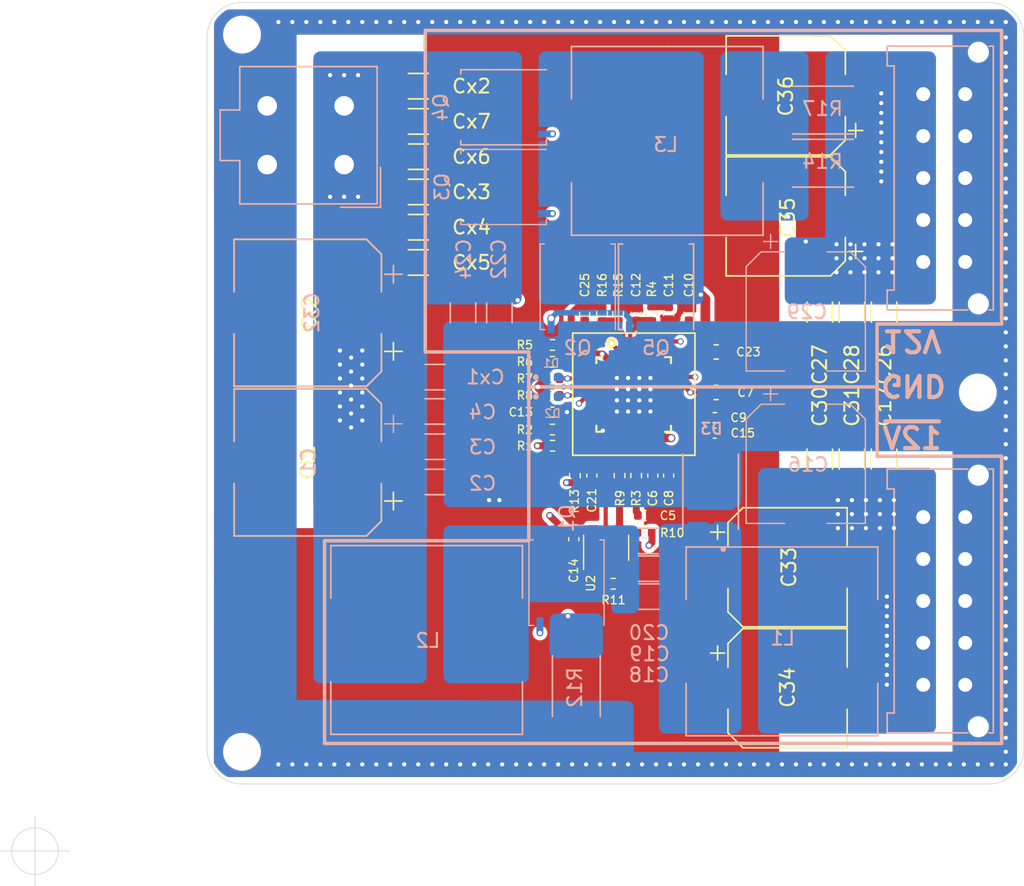
<source format=kicad_pcb>
(kicad_pcb (version 20210925) (generator pcbnew)
  (layers (0 "F.Cu" signal) (1 "In1.Cu" signal) (2 "In2.Cu" mixed) (31 "B.Cu" mixed) (34 "B.Paste" user) (35 "F.Paste" user) (36 "B.SilkS" user "B.Silkscreen") (37 "F.SilkS" user "F.Silkscreen") (38 "B.Mask" user) (39 "F.Mask" user) (44 "Edge.Cuts" user))
  (net 0 "")
  (net 1 "GND")
  (net 2 "VIN")
  (net 3 "Net-(C5-Pad2)")
  (net 4 "Net-(C6-Pad2)")
  (net 5 "Net-(C8-Pad2)")
  (net 6 "Net-(C9-Pad2)")
  (net 7 "Net-(C10-Pad1)")
  (net 8 "Net-(C11-Pad1)")
  (net 9 "Net-(C12-Pad1)")
  (net 10 "INTVcc")
  (net 11 "Net-(C15-Pad2)")
  (net 12 "Vout2(-12V)")
  (net 13 "Net-(C18-Pad2)")
  (net 14 "Net-(C18-Pad1)")
  (net 15 "Net-(C21-Pad2)")
  (net 16 "Net-(C23-Pad2)")
  (net 17 "Net-(C23-Pad1)")
  (net 18 "Vout1(12V)")
  (net 19 "Net-(C25-Pad1)")
  (net 20 "Net-(D1-Pad2)")
  (net 21 "Net-(D2-Pad2)")
  (net 22 "Net-(Q1-Pad4)")
  (net 23 "Net-(Q1-Pad1)")
  (net 24 "Net-(Q2-Pad4)")
  (net 25 "Net-(Q3-Pad4)")
  (net 26 "RUN")
  (net 27 "Net-(R5-Pad1)")
  (net 28 "Net-(R6-Pad1)")
  (net 29 "Net-(R10-Pad1)")
  (net 30 "Net-(R9-Pad1)")
  (net 31 "Net-(R11-Pad1)")
  (net 32 "Net-(R15-Pad2)")
  (footprint "lib:QFN-32_UH" (layer "F.Cu") (at 142.8 87.34)
    (fp_text reference "U1")
    (fp_text value "LTC3892EUHPBF")
  )
  (footprint "Capacitor_SMD:C_0402_1005Metric" (layer "F.Cu") (at 143.58 95.99 180)
    (fp_text reference "C5")
    (fp_text value "10nF")
  )
  (footprint "Capacitor_SMD:C_0402_1005Metric" (layer "F.Cu") (at 144.17 93.14 90)
    (fp_text reference "C6")
    (fp_text value "330pF")
  )
  (footprint "Capacitor_SMD:C_0603_1608Metric" (layer "F.Cu") (at 148.7 87.2)
    (fp_text reference "C7")
    (fp_text value "0.1uF")
  )
  (footprint "Capacitor_SMD:C_0402_1005Metric" (layer "F.Cu") (at 145.3 93.14 90)
    (fp_text reference "C8")
    (fp_text value "0.1uF")
  )
  (footprint "Capacitor_SMD:C_0402_1005Metric" (layer "F.Cu") (at 148.6 89 180)
    (fp_text reference "C9")
    (fp_text value "4.7uF")
  )
  (footprint "Capacitor_SMD:C_0402_1005Metric" (layer "F.Cu") (at 146.76 81.56 90)
    (fp_text reference "C10")
    (fp_text value "0.1uF")
  )
  (footprint "Capacitor_SMD:C_0402_1005Metric" (layer "F.Cu") (at 145.3 81.58 -90)
    (fp_text reference "C11")
    (fp_text value "1nF")
  )
  (footprint "Capacitor_SMD:C_0402_1005Metric" (layer "F.Cu") (at 142.97 81.57 90)
    (fp_text reference "C12")
    (fp_text value "100pF")
  )
  (footprint "Capacitor_SMD:C_0402_1005Metric" (layer "F.Cu") (at 136.99 88.603332)
    (fp_text reference "C13")
    (fp_text value "0.1uF")
  )
  (footprint "Capacitor_SMD:C_0402_1005Metric" (layer "F.Cu") (at 138.52 97.69 -90)
    (fp_text reference "C14")
    (fp_text value "10nF")
  )
  (footprint "Capacitor_SMD:C_0402_1005Metric" (layer "F.Cu") (at 148.59 90.11 180)
    (fp_text reference "C15")
    (fp_text value "0.1uF")
  )
  (footprint "Capacitor_SMD:C_1206_3216Metric" (layer "F.Cu") (at 160.699999 91.9625 -90)
    (fp_text reference "C17")
    (fp_text value "10uF")
  )
  (footprint "Capacitor_SMD:C_0402_1005Metric" (layer "F.Cu") (at 139.81 93.14 90)
    (fp_text reference "C21")
    (fp_text value "1nF")
  )
  (footprint "Capacitor_SMD:C_0603_1608Metric" (layer "F.Cu") (at 148.7 84.3)
    (fp_text reference "C23")
    (fp_text value "0.1uF")
  )
  (footprint "Capacitor_SMD:C_0402_1005Metric" (layer "F.Cu") (at 139.3 81.57 90)
    (fp_text reference "C25")
    (fp_text value "1nF")
  )
  (footprint "Capacitor_SMD:C_1206_3216Metric" (layer "F.Cu") (at 160.7 81.4525 90)
    (fp_text reference "C26")
    (fp_text value "10uF")
  )
  (footprint "Capacitor_SMD:C_1206_3216Metric" (layer "F.Cu") (at 156.1 81.4525 90)
    (fp_text reference "C27")
    (fp_text value "10uF")
  )
  (footprint "Capacitor_SMD:C_1206_3216Metric" (layer "F.Cu") (at 158.4 81.4525 90)
    (fp_text reference "C28")
    (fp_text value "10uF")
  )
  (footprint "Resistor_SMD:R_0402_1005Metric" (layer "F.Cu") (at 137 91.01 180)
    (fp_text reference "R1")
    (fp_text value "1M")
  )
  (footprint "Resistor_SMD:R_0402_1005Metric" (layer "F.Cu") (at 136.99 89.85)
    (fp_text reference "R2")
    (fp_text value "237K")
  )
  (footprint "Resistor_SMD:R_0402_1005Metric" (layer "F.Cu") (at 142.98 93.14 90)
    (fp_text reference "R3")
    (fp_text value "7.5K")
  )
  (footprint "Resistor_SMD:R_0402_1005Metric" (layer "F.Cu") (at 144.09 81.57 90)
    (fp_text reference "R4")
    (fp_text value "34.8K")
  )
  (footprint "Resistor_SMD:R_0402_1005Metric" (layer "F.Cu") (at 136.99 83.8 180)
    (fp_text reference "R5")
    (fp_text value "100K")
  )
  (footprint "Resistor_SMD:R_0402_1005Metric" (layer "F.Cu") (at 136.99 85.003333 180)
    (fp_text reference "R6")
    (fp_text value "100K")
  )
  (footprint "Resistor_SMD:R_0402_1005Metric" (layer "F.Cu") (at 136.99 86.206666)
    (fp_text reference "R7")
    (fp_text value "2K")
  )
  (footprint "Resistor_SMD:R_0402_1005Metric" (layer "F.Cu") (at 136.99 87.409999)
    (fp_text reference "R8")
    (fp_text value "2K")
  )
  (footprint "Resistor_SMD:R_0402_1005Metric" (layer "F.Cu") (at 141.79 93.14 -90)
    (fp_text reference "R9")
    (fp_text value "5.11K")
  )
  (footprint "Resistor_SMD:R_0402_1005Metric" (layer "F.Cu") (at 143.58 97.21)
    (fp_text reference "R10")
    (fp_text value "76.8K")
  )
  (footprint "Resistor_SMD:R_0402_1005Metric" (layer "F.Cu") (at 141.34 100.879999 180)
    (fp_text reference "R11")
    (fp_text value "4.75K")
  )
  (footprint "Resistor_SMD:R_0402_1005Metric" (layer "F.Cu") (at 138.6 93.14 90)
    (fp_text reference "R13")
    (fp_text value "150R")
  )
  (footprint "Resistor_SMD:R_0402_1005Metric" (layer "F.Cu") (at 141.69 81.57 -90)
    (fp_text reference "R15")
    (fp_text value "7.15K")
  )
  (footprint "Resistor_SMD:R_0402_1005Metric" (layer "F.Cu") (at 140.54 81.57 90)
    (fp_text reference "R16")
    (fp_text value "100K")
  )
  (footprint "Package_TO_SOT_SMD:SOT-23-5" (layer "F.Cu") (at 140.83 98.309999 90)
    (fp_text reference "U2")
    (fp_text value "LT1797")
  )
  (footprint "Capacitor_SMD:C_1206_3216Metric" (layer "F.Cu") (at 156.1 91.9625 -90)
    (fp_text reference "C30")
    (fp_text value "10uF")
  )
  (footprint "Capacitor_SMD:C_1206_3216Metric" (layer "F.Cu") (at 158.4 91.9625 -90)
    (fp_text reference "C31")
    (fp_text value "10uF")
  )
  (footprint "Capacitor_SMD:C_1206_3216Metric" (layer "F.Cu") (at 127.4 65.288888 180)
    (fp_text reference "Cx2")
    (fp_text value "OPT")
  )
  (footprint "MountingHole:MountingHole_2.2mm_M2" (layer "F.Cu") (at 114.8 112.9)
    (fp_text reference "H1" hide)
    (fp_text value "MountingHole")
  )
  (footprint "MountingHole:MountingHole_2.2mm_M2" (layer "F.Cu") (at 114.8 61.6)
    (fp_text reference "H2" hide)
    (fp_text value "MountingHole")
  )
  (footprint "MountingHole:MountingHole_2.2mm_M2" (layer "F.Cu") (at 167.4 87.2)
    (fp_text reference "H3" hide)
    (fp_text value "MountingHole")
  )
  (footprint "Capacitor_SMD:CP_Elec_10x10" (layer "F.Cu") (at 119.5 92.2 180)
    (fp_text reference "Cl1")
    (fp_text value "OPT")
  )
  (footprint "Capacitor_SMD:CP_Elec_10x10" (layer "F.Cu") (at 119.5 81.5 180)
    (fp_text reference "Cl2")
    (fp_text value "OPT")
  )
  (footprint "Capacitor_SMD:C_1206_3216Metric" (layer "F.Cu") (at 127.4 72.855554 180)
    (fp_text reference "Cx3")
    (fp_text value "OPT")
  )
  (footprint "Capacitor_SMD:C_1206_3216Metric" (layer "F.Cu") (at 127.4 75.377776 180)
    (fp_text reference "Cx4")
    (fp_text value "OPT")
  )
  (footprint "Capacitor_SMD:C_1206_3216Metric" (layer "F.Cu") (at 127.4 77.9 180)
    (fp_text reference "Cx5")
    (fp_text value "OPT")
  )
  (footprint "Capacitor_SMD:C_1206_3216Metric" (layer "F.Cu") (at 127.4 70.333332 180)
    (fp_text reference "Cx6")
    (fp_text value "OPT")
  )
  (footprint "Capacitor_SMD:C_1206_3216Metric" (layer "F.Cu") (at 127.4 67.81111 180)
    (fp_text reference "Cx7")
    (fp_text value "OPT")
  )
  (footprint "Capacitor_SMD:CP_Elec_8x10" (layer "F.Cu") (at 153.8 99.7)
    (fp_text reference "C33")
    (fp_text value "OPT")
  )
  (footprint "Capacitor_SMD:CP_Elec_8x10" (layer "F.Cu") (at 153.8 108.35)
    (fp_text reference "C34")
    (fp_text value "OPT")
  )
  (footprint "Capacitor_SMD:CP_Elec_8x10" (layer "F.Cu") (at 153.67 74.6 180)
    (fp_text reference "C35")
    (fp_text value "OPT")
  )
  (footprint "Capacitor_SMD:CP_Elec_8x10" (layer "F.Cu") (at 153.669999 65.95 180)
    (fp_text reference "C36")
    (fp_text value "OPT")
  )
  (footprint "Capacitor_SMD:CP_Elec_10x10" (layer "B.Cu") (at 119.5 92.2 180)
    (fp_text reference "C1")
    (fp_text value "47uF")
  )
  (footprint "Capacitor_SMD:C_1206_3216Metric" (layer "B.Cu") (at 128.6 93.6)
    (fp_text reference "C2")
    (fp_text value "2.2uF")
  )
  (footprint "Capacitor_SMD:C_1206_3216Metric" (layer "B.Cu") (at 128.6 91.077778)
    (fp_text reference "C3")
    (fp_text value "2.2uF")
  )
  (footprint "Capacitor_SMD:C_1206_3216Metric" (layer "B.Cu") (at 128.6 88.555556)
    (fp_text reference "C4")
    (fp_text value "2.2uF")
  )
  (footprint "Capacitor_SMD:CP_Elec_8x10" (layer "B.Cu") (at 155.1 92.3 -90)
    (fp_text reference "C16")
    (fp_text value "150uF")
  )
  (footprint "Capacitor_SMD:C_1206_3216Metric" (layer "B.Cu") (at 143.84 97.82 180)
    (fp_text reference "C18")
    (fp_text value "10uF")
  )
  (footprint "Capacitor_SMD:C_1206_3216Metric" (layer "B.Cu") (at 143.9 101.8 180)
    (fp_text reference "C19")
    (fp_text value "10uF")
  )
  (footprint "Capacitor_SMD:C_1206_3216Metric" (layer "B.Cu") (at 143.865 99.8 180)
    (fp_text reference "C20")
    (fp_text value "10uF")
  )
  (footprint "Capacitor_SMD:C_1206_3216Metric" (layer "B.Cu") (at 133.2 81.5 -90)
    (fp_text reference "C22")
    (fp_text value "10uF")
  )
  (footprint "Capacitor_SMD:C_1206_3216Metric" (layer "B.Cu") (at 130.6 81.5 -90)
    (fp_text reference "C24")
    (fp_text value "10uF")
  )
  (footprint "LED_SMD:LED_0402_1005Metric" (layer "B.Cu") (at 136.9 86.1)
    (fp_text reference "D1")
    (fp_text value "LED")
  )
  (footprint "LED_SMD:LED_0402_1005Metric" (layer "B.Cu") (at 136.9 87.5)
    (fp_text reference "D2")
    (fp_text value "LED")
  )
  (footprint "lib:DIO_PDS360-13" (layer "B.Cu") (at 148.3 94.3 180)
    (fp_text reference "D3")
    (fp_text value "SBR8U60P5-13")
  )
  (footprint "Inductor_SMD:L_Wuerth_HCM-1350" (layer "B.Cu") (at 153.4 105 180)
    (fp_text reference "L1")
    (fp_text value "18uH")
  )
  (footprint "Inductor_SMD:L_Wuerth_HCM-1350" (layer "B.Cu") (at 128 104.9)
    (fp_text reference "L2")
    (fp_text value "18uH")
  )
  (footprint "Inductor_SMD:L_Wuerth_HCM-1350" (layer "B.Cu") (at 145.2 69.2)
    (fp_text reference "L3")
    (fp_text value "6.8uH")
  )
  (footprint "Package_TO_SOT_SMD:TDSON-8-1" (layer "B.Cu") (at 138 100.8 90)
    (fp_text reference "Q1")
    (fp_text value "BSC028N06LS3")
  )
  (footprint "Package_TO_SOT_SMD:TDSON-8-1" (layer "B.Cu") (at 138.8 79.64 90)
    (fp_text reference "Q2")
    (fp_text value "BSC028N06LS3")
  )
  (footprint "Package_TO_SOT_SMD:TDSON-8-1" (layer "B.Cu") (at 133.5 72.5 180)
    (fp_text reference "Q3")
    (fp_text value "BSC028N06LS3")
  )
  (footprint "Resistor_SMD:R_2512_6332Metric" (layer "B.Cu") (at 138.7 108.2 -90)
    (fp_text reference "R12")
    (fp_text value "5m")
  )
  (footprint "Resistor_SMD:R_2512_6332Metric" (layer "B.Cu") (at 156.33 70.8 180)
    (fp_text reference "R14")
    (fp_text value "8m")
  )
  (footprint "Capacitor_SMD:CP_Elec_8x10" (layer "B.Cu") (at 155.1 81.4 -90)
    (fp_text reference "C29")
    (fp_text value "150uF")
  )
  (footprint "Capacitor_SMD:CP_Elec_10x10" (layer "B.Cu") (at 119.5 81.5 180)
    (fp_text reference "C32")
    (fp_text value "47uF")
  )
  (footprint "Package_TO_SOT_SMD:TDSON-8-1" (layer "B.Cu") (at 133.5 66.8 180)
    (fp_text reference "Q4")
    (fp_text value "BSC028N06LS3")
  )
  (footprint "Package_TO_SOT_SMD:TDSON-8-1" (layer "B.Cu") (at 144.4 79.64 90)
    (fp_text reference "Q5")
    (fp_text value "BSC028N06LS3")
  )
  (footprint "Resistor_SMD:R_2512_6332Metric" (layer "B.Cu") (at 156.33 67 180)
    (fp_text reference "R17")
    (fp_text value "8m")
  )
  (footprint "Connector_Molex:Molex_Micro-Fit_3.0_43045-1012_2x05_P3.00mm_Vertical" (layer "B.Cu") (at 163.5 65.86 -90)
    (fp_text reference "J1" hide)
    (fp_text value "Conn_02x05_Top_Bottom")
  )
  (footprint "Connector_Molex:Molex_Micro-Fit_3.0_43045-1012_2x05_P3.00mm_Vertical" (layer "B.Cu") (at 163.5 96.11 -90)
    (fp_text reference "J2" hide)
    (fp_text value "Conn_02x05_Top_Bottom")
  )
  (footprint "Connector_Molex:Molex_Mini-Fit_Jr_5566-04A_2x02_P4.20mm_Vertical" (layer "B.Cu") (at 122.1 70.9 90)
    (fp_text reference "J3" hide)
    (fp_text value "Conn_01x02")
  )
  (footprint "Capacitor_SMD:C_1206_3216Metric" (layer "B.Cu") (at 128.6 86.1 180)
    (fp_text reference "Cx1")
    (fp_text value "OPT")
  )
  (gr_line (start 135.3 97.8) (end 135.3 86.8) (layer "B.SilkS") (width 0.25))
  (gr_line (start 160.2 91.76) (end 160.2 86.8) (layer "B.SilkS") (width 0.25))
  (gr_line (start 160.2 91.76) (end 169.1 91.76) (layer "B.SilkS") (width 0.25))
  (gr_circle (center 135.81 87.5) (end 135.91 87.6) (layer "B.SilkS") (width 0.12) (fill none))
  (gr_line (start 169.1 91.76) (end 169.1 112.3) (layer "B.SilkS") (width 0.25))
  (gr_line (start 160.2 82.3) (end 169.1 82.3) (layer "B.SilkS") (width 0.25))
  (gr_line (start 169.1 112.3) (end 120.7 112.3) (layer "B.SilkS") (width 0.25))
  (gr_line (start 135.3 86.8) (end 160.2 86.8) (layer "B.SilkS") (width 0.25))
  (gr_line (start 120.7 97.8) (end 135.3 97.8) (layer "B.SilkS") (width 0.25))
  (gr_line (start 127.9 84.3) (end 135.3 84.3) (layer "B.SilkS") (width 0.25))
  (gr_line (start 160.2 86.8) (end 160.2 82.3) (layer "B.SilkS") (width 0.25))
  (gr_line (start 127.9 61.3) (end 127.9 84.3) (layer "B.SilkS") (width 0.25))
  (gr_line (start 169.1 61.3) (end 127.9 61.3) (layer "B.SilkS") (width 0.25))
  (gr_line (start 135.3 84.3) (end 135.3 86.8) (layer "B.SilkS") (width 0.25))
  (gr_line (start 169.1 82.3) (end 169.1 61.3) (layer "B.SilkS") (width 0.25))
  (gr_line (start 120.7 112.3) (end 120.7 97.8) (layer "B.SilkS") (width 0.25))
  (gr_circle (center 135.8 86.1) (end 135.9 86.2) (layer "B.SilkS") (width 0.12) (fill none))
  (gr_line (start 147.18 91.69) (end 147.18 82.95) (layer "F.SilkS") (width 0.12))
  (gr_line (start 147.18 91.69) (end 138.44 91.69) (layer "F.SilkS") (width 0.12))
  (gr_line (start 138.44 82.95) (end 138.44 91.69) (layer "F.SilkS") (width 0.12))
  (gr_line (start 138.44 82.95) (end 147.18 82.95) (layer "F.SilkS") (width 0.12))
  (gr_circle (center 141.2 83.6) (end 141.4 83.6) (layer "F.SilkS") (width 0.4) (fill none))
  (gr_line (start 112.3 112.7) (end 112.3 61.8) (layer "Edge.Cuts") (width 0.05))
  (gr_arc (start 114.8 61.8) (end 114.8 59.3) (angle -90) (layer "Edge.Cuts") (width 0.05))
  (gr_arc (start 168.2 61.8) (end 170.7 61.8) (angle -90) (layer "Edge.Cuts") (width 0.05))
  (gr_arc (start 168.2 112.7) (end 168.2 115.2) (angle -90) (layer "Edge.Cuts") (width 0.05))
  (gr_arc (start 114.8 112.7) (end 112.3 112.7) (angle -90) (layer "Edge.Cuts") (width 0.05))
  (gr_line (start 114.8 59.3) (end 168.2 59.3) (layer "Edge.Cuts") (width 0.05))
  (gr_line (start 168.2 115.2) (end 114.8 115.2) (layer "Edge.Cuts") (width 0.05))
  (gr_line (start 170.7 61.8) (end 170.7 112.7) (layer "Edge.Cuts") (width 0.05))
  (gr_text "12V" (at 162.7 83.5 180) (layer "B.SilkS") (effects (font (size 1.5 1.5) (thickness 0.3)) (justify mirror)))
  (gr_text "~{12V}" (at 162.699999 90.5) (layer "B.SilkS") (effects (font (size 1.5 1.5) (thickness 0.3)) (justify mirror)))
  (gr_text "GND\n" (at 162.8 86.7 180) (layer "B.SilkS") (effects (font (size 1.5 1.5) (thickness 0.3)) (justify mirror)))
  (target plus (at 100 120) (size 5) (width 0.05) (layer "Edge.Cuts"))
  (segment (start 140.6 90.04) (end 140.9124 90.04) (width 0.3) (layer "F.Cu") (net 1))
  (segment (start 143.919411 86.349411) (end 144.66 87.09) (width 0.3) (layer "F.Cu") (net 1))
  (segment (start 143.919411 87.830589) (end 144.66 87.09) (width 0.3) (layer "F.Cu") (net 1))
  (segment (start 143.04 89.2) (end 142.651091 88.811091) (width 0.3) (layer "F.Cu") (net 1))
  (segment (start 143.458909 88.821091) (end 143.07 89.21) (width 0.3) (layer "F.Cu") (net 1))
  (segment (start 143.15 88.82) (end 143.538909 89.208909) (width 0.3) (layer "F.Cu") (net 1))
  (segment (start 143.54 89.21) (end 143.928909 88.821091) (width 0.3) (layer "F.Cu") (net 1))
  (segment (start 143.58 89.09) (end 143.03 89.09) (width 0.3) (layer "F.Cu") (net 1))
  (segment (start 140.6 89.93) (end 140.9124 89.93) (width 0.3) (layer "F.Cu") (net 1))
  (segment (start 137.476668 88.61) (end 137.47 88.603332) (width 0.3) (layer "F.Cu") (net 1))
  (segment (start 143.05 89.7924) (end 143.05 88.71) (width 0.3) (layer "F.Cu") (net 1))
  (segment (start 145.3 82.06) (end 145.58 82.06) (width 0.3) (layer "F.Cu") (net 1))
  (segment (start 146.56 81.08) (end 146.76 81.08) (width 0.3) (layer "F.Cu") (net 1))
  (segment (start 143.55 89.7924) (end 143.55 88.09) (width 0.3) (layer "F.Cu") (net 1))
  (segment (start 143.05 87.09) (end 142.8 87.34) (width 0.3) (layer "F.Cu") (net 1))
  (segment (start 141.05 89.93) (end 141.05 89.7924) (width 0.3) (layer "F.Cu") (net 1))
  (segment (start 145.35 89.09) (end 145.2524 89.09) (width 0.3) (layer "F.Cu") (net 1))
  (segment (start 137.476668 88.61) (end 138.02 88.61) (width 0.5) (layer "F.Cu") (net 1))
  (segment (start 143.05 88.71) (end 143.2 88.56) (width 0.3) (layer "F.Cu") (net 1))
  (segment (start 138.02 88.61) (end 138.03 88.6) (width 0.5) (layer "F.Cu") (net 1))
  (segment (start 140.9124 89.93) (end 141.05 89.7924) (width 0.3) (layer "F.Cu") (net 1))
  (segment (start 145.2524 87.09) (end 143.05 87.09) (width 0.3) (layer "F.Cu") (net 1))
  (segment (start 143.55 88.09) (end 142.8 87.34) (width 0.3) (layer "F.Cu") (net 1))
  (segment (start 145.58 82.06) (end 146.56 81.08) (width 0.3) (layer "F.Cu") (net 1))
  (via (at 142.4 86.16) (size 0.5) (drill 0.3) (layers "F.Cu" "B.Cu") (net 1))
  (via (at 143.2 86.16) (size 0.5) (drill 0.3) (layers "F.Cu" "B.Cu") (net 1))
  (via (at 144 86.16) (size 0.5) (drill 0.3) (layers "F.Cu" "B.Cu") (net 1))
  (via (at 141.6 86.96) (size 0.5) (drill 0.3) (layers "F.Cu" "B.Cu") (net 1))
  (via (at 142.4 86.96) (size 0.5) (drill 0.3) (layers "F.Cu" "B.Cu") (net 1))
  (via (at 143.2 86.96) (size 0.5) (drill 0.3) (layers "F.Cu" "B.Cu") (net 1))
  (via (at 144 86.96) (size 0.5) (drill 0.3) (layers "F.Cu" "B.Cu") (net 1))
  (via (at 141.6 87.76) (size 0.5) (drill 0.3) (layers "F.Cu" "B.Cu") (net 1))
  (via (at 142.4 87.76) (size 0.5) (drill 0.3) (layers "F.Cu" "B.Cu") (net 1))
  (via (at 143.2 87.76) (size 0.5) (drill 0.3) (layers "F.Cu" "B.Cu") (net 1))
  (via (at 144 87.76) (size 0.5) (drill 0.3) (layers "F.Cu" "B.Cu") (net 1))
  (via (at 141.6 88.56) (size 0.5) (drill 0.3) (layers "F.Cu" "B.Cu") (net 1))
  (via (at 142.4 88.56) (size 0.5) (drill 0.3) (layers "F.Cu" "B.Cu") (net 1))
  (via (at 143.2 88.56) (size 0.5) (drill 0.3) (layers "F.Cu" "B.Cu") (net 1))
  (via (at 144 88.56) (size 0.5) (drill 0.3) (layers "F.Cu" "B.Cu") (net 1))
  (via (at 169.4 61.8) (size 0.45) (drill 0.3) (layers "F.Cu" "B.Cu") (net 1))
  (via (at 167.4 60.7) (size 0.45) (drill 0.3) (layers "F.Cu" "B.Cu") (net 1))
  (via (at 169.4 60.7) (size 0.45) (drill 0.3) (layers "F.Cu" "B.Cu") (net 1))
  (via (at 168.4 60.7) (size 0.45) (drill 0.3) (layers "F.Cu" "B.Cu") (net 1))
  (via (at 165.4 60.7) (size 0.45) (drill 0.3) (layers "F.Cu" "B.Cu") (net 1))
  (via (at 166.4 60.7) (size 0.45) (drill 0.3) (layers "F.Cu" "B.Cu") (net 1))
  (via (at 165.4 113.8) (size 0.45) (drill 0.3) (layers "F.Cu" "B.Cu") (net 1))
  (via (at 166.4 113.8) (size 0.45) (drill 0.3) (layers "F.Cu" "B.Cu") (net 1))
  (via (at 169.4 113.8) (size 0.45) (drill 0.3) (layers "F.Cu" "B.Cu") (net 1))
  (via (at 167.4 113.8) (size 0.45) (drill 0.3) (layers "F.Cu" "B.Cu") (net 1))
  (via (at 168.4 113.8) (size 0.45) (drill 0.3) (layers "F.Cu" "B.Cu") (net 1))
  (via (at 140.6 89.93) (size 0.5) (drill 0.3) (layers "F.Cu" "B.Cu") (net 1))
  (via (at 117.4 60.7) (size 0.45) (drill 0.3) (layers "F.Cu" "B.Cu") (net 1))
  (via (at 118.4 60.7) (size 0.45) (drill 0.3) (layers "F.Cu" "B.Cu") (net 1))
  (via (at 119.4 60.7) (size 0.45) (drill 0.3) (layers "F.Cu" "B.Cu") (net 1))
  (via (at 120.4 60.7) (size 0.45) (drill 0.3) (layers "F.Cu" "B.Cu") (net 1))
  (via (at 121.4 60.7) (size 0.45) (drill 0.3) (layers "F.Cu" "B.Cu") (net 1))
  (via (at 122.4 60.7) (size 0.45) (drill 0.3) (layers "F.Cu" "B.Cu") (net 1))
  (via (at 123.4 60.7) (size 0.45) (drill 0.3) (layers "F.Cu" "B.Cu") (net 1))
  (via (at 124.4 60.7) (size 0.45) (drill 0.3) (layers "F.Cu" "B.Cu") (net 1))
  (via (at 125.4 60.7) (size 0.45) (drill 0.3) (layers "F.Cu" "B.Cu") (net 1))
  (via (at 126.4 60.7) (size 0.45) (drill 0.3) (layers "F.Cu" "B.Cu") (net 1))
  (via (at 127.4 60.7) (size 0.45) (drill 0.3) (layers "F.Cu" "B.Cu") (net 1))
  (via (at 128.4 60.7) (size 0.45) (drill 0.3) (layers "F.Cu" "B.Cu") (net 1))
  (via (at 129.4 60.7) (size 0.45) (drill 0.3) (layers "F.Cu" "B.Cu") (net 1))
  (via (at 130.4 60.7) (size 0.45) (drill 0.3) (layers "F.Cu" "B.Cu") (net 1))
  (via (at 131.4 60.7) (size 0.45) (drill 0.3) (layers "F.Cu" "B.Cu") (net 1))
  (via (at 132.4 60.7) (size 0.45) (drill 0.3) (layers "F.Cu" "B.Cu") (net 1))
  (via (at 133.4 60.7) (size 0.45) (drill 0.3) (layers "F.Cu" "B.Cu") (net 1))
  (via (at 134.4 60.7) (size 0.45) (drill 0.3) (layers "F.Cu" "B.Cu") (net 1))
  (via (at 135.4 60.7) (size 0.45) (drill 0.3) (layers "F.Cu" "B.Cu") (net 1))
  (via (at 136.4 60.7) (size 0.45) (drill 0.3) (layers "F.Cu" "B.Cu") (net 1))
  (via (at 137.4 60.7) (size 0.45) (drill 0.3) (layers "F.Cu" "B.Cu") (net 1))
  (via (at 138.4 60.7) (size 0.45) (drill 0.3) (layers "F.Cu" "B.Cu") (net 1))
  (via (at 139.4 60.7) (size 0.45) (drill 0.3) (layers "F.Cu" "B.Cu") (net 1))
  (via (at 140.4 60.7) (size 0.45) (drill 0.3) (layers "F.Cu" "B.Cu") (net 1))
  (via (at 141.4 60.7) (size 0.45) (drill 0.3) (layers "F.Cu" "B.Cu") (net 1))
  (via (at 142.4 60.7) (size 0.45) (drill 0.3) (layers "F.Cu" "B.Cu") (net 1))
  (via (at 143.4 60.7) (size 0.45) (drill 0.3) (layers "F.Cu" "B.Cu") (net 1))
  (via (at 144.4 60.7) (size 0.45) (drill 0.3) (layers "F.Cu" "B.Cu") (net 1))
  (via (at 145.4 60.7) (size 0.45) (drill 0.3) (layers "F.Cu" "B.Cu") (net 1))
  (via (at 146.4 60.7) (size 0.45) (drill 0.3) (layers "F.Cu" "B.Cu") (net 1))
  (via (at 147.4 60.7) (size 0.45) (drill 0.3) (layers "F.Cu" "B.Cu") (net 1))
  (via (at 148.4 60.7) (size 0.45) (drill 0.3) (layers "F.Cu" "B.Cu") (net 1))
  (via (at 149.4 60.7) (size 0.45) (drill 0.3) (layers "F.Cu" "B.Cu") (net 1))
  (via (at 150.4 60.7) (size 0.45) (drill 0.3) (layers "F.Cu" "B.Cu") (net 1))
  (via (at 151.4 60.7) (size 0.45) (drill 0.3) (layers "F.Cu" "B.Cu") (net 1))
  (via (at 152.4 60.7) (size 0.45) (drill 0.3) (layers "F.Cu" "B.Cu") (net 1))
  (via (at 153.4 60.7) (size 0.45) (drill 0.3) (layers "F.Cu" "B.Cu") (net 1))
  (via (at 154.4 60.7) (size 0.45) (drill 0.3) (layers "F.Cu" "B.Cu") (net 1))
  (via (at 155.4 60.7) (size 0.45) (drill 0.3) (layers "F.Cu" "B.Cu") (net 1))
  (via (at 156.4 60.7) (size 0.45) (drill 0.3) (layers "F.Cu" "B.Cu") (net 1))
  (via (at 157.4 60.7) (size 0.45) (drill 0.3) (layers "F.Cu" "B.Cu") (net 1))
  (via (at 158.4 60.7) (size 0.45) (drill 0.3) (layers "F.Cu" "B.Cu") (net 1))
  (via (at 159.4 60.7) (size 0.45) (drill 0.3) (layers "F.Cu" "B.Cu") (net 1))
  (via (at 160.4 60.7) (size 0.45) (drill 0.3) (layers "F.Cu" "B.Cu") (net 1))
  (via (at 161.4 60.7) (size 0.45) (drill 0.3) (layers "F.Cu" "B.Cu") (net 1))
  (via (at 162.4 60.7) (size 0.45) (drill 0.3) (layers "F.Cu" "B.Cu") (net 1))
  (via (at 163.4 60.7) (size 0.45) (drill 0.3) (layers "F.Cu" "B.Cu") (net 1))
  (via (at 164.4 60.7) (size 0.45) (drill 0.3) (layers "F.Cu" "B.Cu") (net 1))
  (via (at 142.4 113.8) (size 0.45) (drill 0.3) (layers "F.Cu" "B.Cu") (net 1))
  (via (at 128.4 113.8) (size 0.45) (drill 0.3) (layers "F.Cu" "B.Cu") (net 1))
  (via (at 144.4 113.8) (size 0.45) (drill 0.3) (layers "F.Cu" "B.Cu") (net 1))
  (via (at 136.4 113.8) (size 0.45) (drill 0.3) (layers "F.Cu" "B.Cu") (net 1))
  (via (at 134.4 113.8) (size 0.45) (drill 0.3) (layers "F.Cu" "B.Cu") (net 1))
  (via (at 152.4 113.8) (size 0.45) (drill 0.3) (layers "F.Cu" "B.Cu") (net 1))
  (via (at 119.4 113.8) (size 0.45) (drill 0.3) (layers "F.Cu" "B.Cu") (net 1))
  (via (at 129.4 113.8) (size 0.45) (drill 0.3) (layers "F.Cu" "B.Cu") (net 1))
  (via (at 124.4 113.8) (size 0.45) (drill 0.3) (layers "F.Cu" "B.Cu") (net 1))
  (via (at 123.4 113.8) (size 0.45) (drill 0.3) (layers "F.Cu" "B.Cu") (net 1))
  (via (at 118.4 113.8) (size 0.45) (drill 0.3) (layers "F.Cu" "B.Cu") (net 1))
  (via (at 125.4 113.8) (size 0.45) (drill 0.3) (layers "F.Cu" "B.Cu") (net 1))
  (via (at 117.4 113.8) (size 0.45) (drill 0.3) (layers "F.Cu" "B.Cu") (net 1))
  (via (at 137.4 113.8) (size 0.45) (drill 0.3) (layers "F.Cu" "B.Cu") (net 1))
  (via (at 138.4 113.8) (size 0.45) (drill 0.3) (layers "F.Cu" "B.Cu") (net 1))
  (via (at 121.4 113.8) (size 0.45) (drill 0.3) (layers "F.Cu" "B.Cu") (net 1))
  (via (at 141.4 113.8) (size 0.45) (drill 0.3) (layers "F.Cu" "B.Cu") (net 1))
  (via (at 143.4 113.8) (size 0.45) (drill 0.3) (layers "F.Cu" "B.Cu") (net 1))
  (via (at 146.4 113.8) (size 0.45) (drill 0.3) (layers "F.Cu" "B.Cu") (net 1))
  (via (at 149.4 113.8) (size 0.45) (drill 0.3) (layers "F.Cu" "B.Cu") (net 1))
  (via (at 120.4 113.8) (size 0.45) (drill 0.3) (layers "F.Cu" "B.Cu") (net 1))
  (via (at 150.4 113.8) (size 0.45) (drill 0.3) (layers "F.Cu" "B.Cu") (net 1))
  (via (at 151.4 113.8) (size 0.45) (drill 0.3) (layers "F.Cu" "B.Cu") (net 1))
  (via (at 154.4 113.8) (size 0.45) (drill 0.3) (layers "F.Cu" "B.Cu") (net 1))
  (via (at 155.4 113.8) (size 0.45) (drill 0.3) (layers "F.Cu" "B.Cu") (net 1))
  (via (at 147.4 113.8) (size 0.45) (drill 0.3) (layers "F.Cu" "B.Cu") (net 1))
  (via (at 158.4 113.8) (size 0.45) (drill 0.3) (layers "F.Cu" "B.Cu") (net 1))
  (via (at 139.4 113.8) (size 0.45) (drill 0.3) (layers "F.Cu" "B.Cu") (net 1))
  (via (at 159.4 113.8) (size 0.45) (drill 0.3) (layers "F.Cu" "B.Cu") (net 1))
  (via (at 132.4 113.8) (size 0.45) (drill 0.3) (layers "F.Cu" "B.Cu") (net 1))
  (via (at 160.4 113.8) (size 0.45) (drill 0.3) (layers "F.Cu" "B.Cu") (net 1))
  (via (at 161.4 113.8) (size 0.45) (drill 0.3) (layers "F.Cu" "B.Cu") (net 1))
  (via (at 145.4 113.8) (size 0.45) (drill 0.3) (layers "F.Cu" "B.Cu") (net 1))
  (via (at 133.4 113.8) (size 0.45) (drill 0.3) (layers "F.Cu" "B.Cu") (net 1))
  (via (at 130.4 113.8) (size 0.45) (drill 0.3) (layers "F.Cu" "B.Cu") (net 1))
  (via (at 148.4 113.8) (size 0.45) (drill 0.3) (layers "F.Cu" "B.Cu") (net 1))
  (via (at 153.4 113.8) (size 0.45) (drill 0.3) (layers "F.Cu" "B.Cu") (net 1))
  (via (at 122.4 113.8) (size 0.45) (drill 0.3) (layers "F.Cu" "B.Cu") (net 1))
  (via (at 126.4 113.8) (size 0.45) (drill 0.3) (layers "F.Cu" "B.Cu") (net 1))
  (via (at 156.4 113.8) (size 0.45) (drill 0.3) (layers "F.Cu" "B.Cu") (net 1))
  (via (at 157.4 113.8) (size 0.45) (drill 0.3) (layers "F.Cu" "B.Cu") (net 1))
  (via (at 127.4 113.8) (size 0.45) (drill 0.3) (layers "F.Cu" "B.Cu") (net 1))
  (via (at 135.4 113.8) (size 0.45) (drill 0.3) (layers "F.Cu" "B.Cu") (net 1))
  (via (at 131.4 113.8) (size 0.45) (drill 0.3) (layers "F.Cu" "B.Cu") (net 1))
  (via (at 140.4 113.8) (size 0.45) (drill 0.3) (layers "F.Cu" "B.Cu") (net 1))
  (via (at 163.4 113.8) (size 0.45) (drill 0.3) (layers "F.Cu" "B.Cu") (net 1))
  (via (at 164.4 113.8) (size 0.45) (drill 0.3) (layers "F.Cu" "B.Cu") (net 1))
  (via (at 162.4 113.8) (size 0.45) (drill 0.3) (layers "F.Cu" "B.Cu") (net 1))
  (via (at 169.4 83.9) (size 0.45) (drill 0.3) (layers "F.Cu" "B.Cu") (net 1))
  (via (at 169.4 72.9) (size 0.45) (drill 0.3) (layers "F.Cu" "B.Cu") (net 1))
  (via (at 169.4 101.9) (size 0.45) (drill 0.3) (layers "F.Cu" "B.Cu") (net 1))
  (via (at 169.4 96.9) (size 0.45) (drill 0.3) (layers "F.Cu" "B.Cu") (net 1))
  (via (at 169.4 86.9) (size 0.45) (drill 0.3) (layers "F.Cu" "B.Cu") (net 1))
  (via (at 169.4 100.9) (size 0.45) (drill 0.3) (layers "F.Cu" "B.Cu") (net 1))
  (via (at 169.4 69.9) (size 0.45) (drill 0.3) (layers "F.Cu" "B.Cu") (net 1))
  (via (at 169.4 91.9) (size 0.45) (drill 0.3) (layers "F.Cu" "B.Cu") (net 1))
  (via (at 169.4 105.9) (size 0.45) (drill 0.3) (layers "F.Cu" "B.Cu") (net 1))
  (via (at 169.4 73.9) (size 0.45) (drill 0.3) (layers "F.Cu" "B.Cu") (net 1))
  (via (at 169.400001 107.9) (size 0.45) (drill 0.3) (layers "F.Cu" "B.Cu") (net 1))
  (via (at 169.4 95.9) (size 0.45) (drill 0.3) (layers "F.Cu" "B.Cu") (net 1))
  (via (at 169.400001 84.9) (size 0.45) (drill 0.3) (layers "F.Cu" "B.Cu") (net 1))
  (via (at 169.400001 103.9) (size 0.45) (drill 0.3) (layers "F.Cu" "B.Cu") (net 1))
  (via (at 169.4 104.9) (size 0.45) (drill 0.3) (layers "F.Cu" "B.Cu") (net 1))
  (via (at 169.4 74.9) (size 0.45) (drill 0.3) (layers "F.Cu" "B.Cu") (net 1))
  (via (at 169.4 108.9) (size 0.45) (drill 0.3) (layers "F.Cu" "B.Cu") (net 1))
  (via (at 169.4 81.9) (size 0.45) (drill 0.3) (layers "F.Cu" "B.Cu") (net 1))
  (via (at 169.4 68.9) (size 0.45) (drill 0.3) (layers "F.Cu" "B.Cu") (net 1))
  (via (at 169.4 88.9) (size 0.45) (drill 0.3) (layers "F.Cu" "B.Cu") (net 1))
  (via (at 169.400001 75.9) (size 0.45) (drill 0.3) (layers "F.Cu" "B.Cu") (net 1))
  (via (at 169.4 97.9) (size 0.45) (drill 0.3) (layers "F.Cu" "B.Cu") (net 1))
  (via (at 169.4 76.9) (size 0.45) (drill 0.3) (layers "F.Cu" "B.Cu") (net 1))
  (via (at 169.4 90.9) (size 0.45) (drill 0.3) (layers "F.Cu" "B.Cu") (net 1))
  (via (at 169.4 99.9) (size 0.45) (drill 0.3) (layers "F.Cu" "B.Cu") (net 1))
  (via (at 169.4 67.9) (size 0.45) (drill 0.3) (layers "F.Cu" "B.Cu") (net 1))
  (via (at 169.400001 98.9) (size 0.45) (drill 0.3) (layers "F.Cu" "B.Cu") (net 1))
  (via (at 169.4 63.9) (size 0.45) (drill 0.3) (layers "F.Cu" "B.Cu") (net 1))
  (via (at 169.4 106.9) (size 0.45) (drill 0.3) (layers "F.Cu" "B.Cu") (net 1))
  (via (at 169.400001 66.9) (size 0.45) (drill 0.3) (layers "F.Cu" "B.Cu") (net 1))
  (via (at 169.400001 70.9) (size 0.45) (drill 0.3) (layers "F.Cu" "B.Cu") (net 1))
  (via (at 169.400001 93.9) (size 0.45) (drill 0.3) (layers "F.Cu" "B.Cu") (net 1))
  (via (at 169.400001 102.9) (size 0.45) (drill 0.3) (layers "F.Cu" "B.Cu") (net 1))
  (via (at 169.400001 94.9) (size 0.45) (drill 0.3) (layers "F.Cu" "B.Cu") (net 1))
  (via (at 169.4 65.9) (size 0.45) (drill 0.3) (layers "F.Cu" "B.Cu") (net 1))
  (via (at 169.400001 71.9) (size 0.45) (drill 0.3) (layers "F.Cu" "B.Cu") (net 1))
  (via (at 169.4 79.9) (size 0.45) (drill 0.3) (layers "F.Cu" "B.Cu") (net 1))
  (via (at 169.4 85.9) (size 0.45) (drill 0.3) (layers "F.Cu" "B.Cu") (net 1))
  (via (at 169.4 92.9) (size 0.45) (drill 0.3) (layers "F.Cu" "B.Cu") (net 1))
  (via (at 169.400001 80.9) (size 0.45) (drill 0.3) (layers "F.Cu" "B.Cu") (net 1))
  (via (at 169.4 64.9) (size 0.45) (drill 0.3) (layers "F.Cu" "B.Cu") (net 1))
  (via (at 169.4 77.9) (size 0.45) (drill 0.3) (layers "F.Cu" "B.Cu") (net 1))
  (via (at 169.400001 89.9) (size 0.45) (drill 0.3) (layers "F.Cu" "B.Cu") (net 1))
  (via (at 169.400001 112.9) (size 0.45) (drill 0.3) (layers "F.Cu" "B.Cu") (net 1))
  (via (at 169.4 87.9) (size 0.45) (drill 0.3) (layers "F.Cu" "B.Cu") (net 1))
  (via (at 169.4 111.9) (size 0.45) (drill 0.3) (layers "F.Cu" "B.Cu") (net 1))
  (via (at 169.4 78.9) (size 0.45) (drill 0.3) (layers "F.Cu" "B.Cu") (net 1))
  (via (at 169.4 110.9) (size 0.45) (drill 0.3) (layers "F.Cu" "B.Cu") (net 1))
  (via (at 169.400001 62.9) (size 0.45) (drill 0.3) (layers "F.Cu" "B.Cu") (net 1))
  (via (at 169.4 109.9) (size 0.45) (drill 0.3) (layers "F.Cu" "B.Cu") (net 1))
  (via (at 169.4 82.9) (size 0.45) (drill 0.3) (layers "F.Cu" "B.Cu") (net 1))
  (via (at 133.2 94.9) (size 0.45) (drill 0.3) (layers "F.Cu" "B.Cu") (net 1))
  (via (at 132.466665 94.9) (size 0.45) (drill 0.3) (layers "F.Cu" "B.Cu") (net 1))
  (via (at 141.6 86.16) (size 0.5) (drill 0.3) (layers "F.Cu" "B.Cu") (net 1))
  (via (at 138.03 88.6) (size 0.45) (drill 0.3) (layers "F.Cu" "B.Cu") (net 1))
  (segment (start 145.2524 86.59) (end 146.239992 86.59) (width 0.3) (layer "F.Cu") (net 2))
  (segment (start 135.91003 91.01) (end 135.910016 91.010014) (width 0.5) (layer "F.Cu") (net 2))
  (segment (start 148.12501 87.19999) (end 146.849982 87.19999) (width 0.3) (layer "F.Cu") (net 2))
  (segment (start 136.49 91.01) (end 135.91003 91.01) (width 0.5) (layer "F.Cu") (net 2))
  (segment (start 146.239992 86.59) (end 146.849982 87.19999) (width 0.3) (layer "F.Cu") (net 2))
  (via (at 123.4 84.2) (size 0.45) (drill 0.3) (layers "F.Cu" "B.Cu") (net 2))
  (via (at 123.4 85.2) (size 0.45) (drill 0.3) (layers "F.Cu" "B.Cu") (net 2))
  (via (at 123.4 86.2) (size 0.45) (drill 0.3) (layers "F.Cu" "B.Cu") (net 2))
  (via (at 123.4 87.2) (size 0.45) (drill 0.3) (layers "F.Cu" "B.Cu") (net 2))
  (via (at 123.4 88.2) (size 0.45) (drill 0.3) (layers "F.Cu" "B.Cu") (net 2))
  (via (at 123.4 89.2) (size 0.45) (drill 0.3) (layers "F.Cu" "B.Cu") (net 2))
  (via (at 121.8 86.2) (size 0.45) (drill 0.3) (layers "F.Cu" "B.Cu") (net 2))
  (via (at 121.8 87.2) (size 0.45) (drill 0.3) (layers "F.Cu" "B.Cu") (net 2))
  (via (at 122.6 88.7) (size 0.45) (drill 0.3) (layers "F.Cu" "B.Cu") (net 2))
  (via (at 121.8 89.2) (size 0.45) (drill 0.3) (layers "F.Cu" "B.Cu") (net 2))
  (via (at 121.8 84.2) (size 0.45) (drill 0.3) (layers "F.Cu" "B.Cu") (net 2))
  (via (at 121.8 85.2) (size 0.45) (drill 0.3) (layers "F.Cu" "B.Cu") (net 2))
  (via (at 122.6 89.7) (size 0.45) (drill 0.3) (layers "F.Cu" "B.Cu") (net 2))
  (via (at 122.6 84.7) (size 0.45) (drill 0.3) (layers "F.Cu" "B.Cu") (net 2))
  (via (at 122.6 86.7) (size 0.45) (drill 0.3) (layers "F.Cu" "B.Cu") (net 2))
  (via (at 122.6 87.7) (size 0.45) (drill 0.3) (layers "F.Cu" "B.Cu") (net 2))
  (via (at 122.6 85.7) (size 0.45) (drill 0.3) (layers "F.Cu" "B.Cu") (net 2))
  (via (at 121.8 88.2) (size 0.45) (drill 0.3) (layers "F.Cu" "B.Cu") (net 2))
  (via (at 123.1 73.199999) (size 0.45) (drill 0.3) (layers "F.Cu" "B.Cu") (net 2))
  (via (at 121.1 73.2) (size 0.45) (drill 0.3) (layers "F.Cu" "B.Cu") (net 2))
  (via (at 122.1 73.2) (size 0.45) (drill 0.3) (layers "F.Cu" "B.Cu") (net 2))
  (via (at 121.1 64.5) (size 0.45) (drill 0.3) (layers "F.Cu" "B.Cu") (net 2))
  (via (at 123.1 64.499999) (size 0.45) (drill 0.3) (layers "F.Cu" "B.Cu") (net 2))
  (via (at 122.1 64.5) (size 0.45) (drill 0.3) (layers "F.Cu" "B.Cu") (net 2))
  (via (at 146.849982 87.19999) (size 0.45) (drill 0.3) (layers "F.Cu" "B.Cu") (net 2))
  (via (at 135.910016 91.010014) (size 0.45) (drill 0.3) (layers "F.Cu" "B.Cu") (net 2))
  (via (at 134.500002 80.6) (size 0.45) (drill 0.3) (layers "F.Cu" "B.Cu") (net 2))
  (segment (start 142.99 95.74) (end 142.99 93.66) (width 0.5) (layer "F.Cu") (net 3))
  (segment (start 143.09 95.84) (end 142.99 95.74) (width 0.5) (layer "F.Cu") (net 3))
  (segment (start 142.99 93.66) (end 142.98 93.65) (width 0.5) (layer "F.Cu") (net 3))
  (segment (start 142.55 92.2) (end 142.98 92.63) (width 0.3) (layer "F.Cu") (net 4))
  (segment (start 142.98 92.63) (end 144.14 92.63) (width 0.5) (layer "F.Cu") (net 4))
  (segment (start 142.55 89.7924) (end 142.55 92.2) (width 0.3) (layer "F.Cu") (net 4))
  (segment (start 144.14 92.63) (end 144.17 92.66) (width 0.5) (layer "F.Cu") (net 4))
  (segment (start 145.22 92.66) (end 145.22 92.13) (width 0.3) (layer "F.Cu") (net 5))
  (segment (start 144.05 90.96) (end 144.05 89.7924) (width 0.3) (layer "F.Cu") (net 5))
  (segment (start 145.22 92.13) (end 144.05 90.96) (width 0.3) (layer "F.Cu") (net 5))
  (segment (start 145.99 87.59) (end 147.4 89) (width 0.3) (layer "F.Cu") (net 6))
  (segment (start 147.4 89) (end 148.12 89) (width 0.3) (layer "F.Cu") (net 6))
  (segment (start 145.2524 87.59) (end 145.99 87.59) (width 0.3) (layer "F.Cu") (net 6))
  (segment (start 146.76 82.04) (end 146.76 82.05) (width 0.3) (layer "F.Cu") (net 7))
  (segment (start 143.55 83.52) (end 143.55 84.8876) (width 0.3) (layer "F.Cu") (net 7))
  (segment (start 146.76 82.05) (end 145.86 82.95) (width 0.3) (layer "F.Cu") (net 7))
  (segment (start 144.12 82.95) (end 143.55 83.52) (width 0.3) (layer "F.Cu") (net 7))
  (segment (start 145.86 82.95) (end 144.12 82.95) (width 0.3) (layer "F.Cu") (net 7))
  (segment (start 144.09 81.06) (end 144.1 81.07) (width 0.5) (layer "F.Cu") (net 8))
  (segment (start 145.27 81.07) (end 145.3 81.1) (width 0.5) (layer "F.Cu") (net 8))
  (segment (start 144.1 81.07) (end 145.27 81.07) (width 0.5) (layer "F.Cu") (net 8))
  (segment (start 143.34 82.21) (end 142.97 82.58) (width 0.3) (layer "F.Cu") (net 9))
  (segment (start 142.55 82.97) (end 142.55 84.8876) (width 0.3) (layer "F.Cu") (net 9))
  (segment (start 144.079999 82.05) (end 142.94 82.05) (width 0.5) (layer "F.Cu") (net 9))
  (segment (start 142.92 82.6) (end 142.55 82.97) (width 0.3) (layer "F.Cu") (net 9))
  (segment (start 142.94 82.05) (end 142.92 82.07) (width 0.5) (layer "F.Cu") (net 9))
  (segment (start 142.92 82.07) (end 142.92 82.6) (width 0.3) (layer "F.Cu") (net 9))
  (segment (start 136.26 84.98) (end 136.26 88.549999) (width 0.5) (layer "F.Cu") (net 10))
  (segment (start 136.466667 84.99) (end 136.48 85.003333) (width 0.5) (layer "F.Cu") (net 10))
  (segment (start 136.79 95.99) (end 138.009999 97.209999) (width 0.5) (layer "F.Cu") (net 10))
  (segment (start 135.96 86.889999) (end 136.48 87.409999) (width 0.5) (layer "F.Cu") (net 10))
  (segment (start 139.29 87.59) (end 138.89 87.99) (width 0.3) (layer "F.Cu") (net 10))
  (segment (start 136.48 88.573332) (end 136.51 88.603332) (width 0.5) (layer "F.Cu") (net 10))
  (segment (start 138.009999 97.209999) (end 139.88 97.209999) (width 0.5) (layer "F.Cu") (net 10))
  (segment (start 136.48 85.003333) (end 136.48 88.573332) (width 0.5) (layer "F.Cu") (net 10))
  (segment (start 135.96 86.8) (end 135.96 86.726666) (width 0.5) (layer "F.Cu") (net 10))
  (segment (start 140.3476 87.59) (end 139.29 87.59) (width 0.3) (layer "F.Cu") (net 10))
  (segment (start 135.96 86.8) (end 135.96 86.889999) (width 0.5) (layer "F.Cu") (net 10))
  (segment (start 135.96 86.726666) (end 136.48 86.206666) (width 0.5) (layer "F.Cu") (net 10))
  (via (at 135.96 86.8) (size 0.45) (drill 0.3) (layers "F.Cu" "B.Cu") (net 10))
  (via (at 138.89 87.99) (size 0.45) (drill 0.3) (layers "F.Cu" "B.Cu") (net 10))
  (via (at 136.79 95.99) (size 0.45) (drill 0.3) (layers "F.Cu" "B.Cu") (net 10))
  (segment (start 146.14 88.59) (end 147.65 90.1) (width 0.3) (layer "F.Cu") (net 11))
  (segment (start 148.1 90.1) (end 148.11 90.11) (width 0.3) (layer "F.Cu") (net 11))
  (segment (start 147.65 90.1) (end 148.1 90.1) (width 0.3) (layer "F.Cu") (net 11))
  (segment (start 145.2524 88.59) (end 146.14 88.59) (width 0.3) (layer "F.Cu") (net 11))
  (segment (start 144.11 97.92) (end 144.11 97.23) (width 0.5) (layer "F.Cu") (net 12))
  (segment (start 144.11 97.23) (end 144.09 97.21) (width 0.5) (layer "F.Cu") (net 12))
  (segment (start 143.89 98.14) (end 144.11 97.92) (width 0.5) (layer "F.Cu") (net 12))
  (via (at 160.4 96.9) (size 0.45) (drill 0.3) (layers "F.Cu" "B.Cu") (net 12))
  (via (at 157.4 96.9) (size 0.45) (drill 0.3) (layers "F.Cu" "B.Cu") (net 12))
  (via (at 161.4 96.9) (size 0.45) (drill 0.3) (layers "F.Cu" "B.Cu") (net 12))
  (via (at 158.4 96.9) (size 0.45) (drill 0.3) (layers "F.Cu" "B.Cu") (net 12))
  (via (at 159.4 96.9) (size 0.45) (drill 0.3) (layers "F.Cu" "B.Cu") (net 12))
  (via (at 158.4 94.9) (size 0.45) (drill 0.3) (layers "F.Cu" "B.Cu") (net 12))
  (via (at 159.4 95.9) (size 0.45) (drill 0.3) (layers "F.Cu" "B.Cu") (net 12))
  (via (at 158.4 95.9) (size 0.45) (drill 0.3) (layers "F.Cu" "B.Cu") (net 12))
  (via (at 161.4 94.9) (size 0.45) (drill 0.3) (layers "F.Cu" "B.Cu") (net 12))
  (via (at 159.4 94.9) (size 0.45) (drill 0.3) (layers "F.Cu" "B.Cu") (net 12))
  (via (at 157.4 95.9) (size 0.45) (drill 0.3) (layers "F.Cu" "B.Cu") (net 12))
  (via (at 157.4 94.9) (size 0.45) (drill 0.3) (layers "F.Cu" "B.Cu") (net 12))
  (via (at 160.4 95.9) (size 0.45) (drill 0.3) (layers "F.Cu" "B.Cu") (net 12))
  (via (at 161.4 95.9) (size 0.45) (drill 0.3) (layers "F.Cu" "B.Cu") (net 12))
  (via (at 160.4 94.9) (size 0.45) (drill 0.3) (layers "F.Cu" "B.Cu") (net 12))
  (via (at 160.9 105.3) (size 0.45) (drill 0.3) (layers "F.Cu" "B.Cu") (net 12))
  (via (at 160.9 106.7) (size 0.45) (drill 0.3) (layers "F.Cu" "B.Cu") (net 12))
  (via (at 160.9 101.8) (size 0.45) (drill 0.3) (layers "F.Cu" "B.Cu") (net 12))
  (via (at 160.9 108.1) (size 0.45) (drill 0.3) (layers "F.Cu" "B.Cu") (net 12))
  (via (at 160.9 103.2) (size 0.45) (drill 0.3) (layers "F.Cu" "B.Cu") (net 12))
  (via (at 160.9 107.4) (size 0.45) (drill 0.3) (layers "F.Cu" "B.Cu") (net 12))
  (via (at 160.9 106) (size 0.45) (drill 0.3) (layers "F.Cu" "B.Cu") (net 12))
  (via (at 160.9 104.6) (size 0.45) (drill 0.3) (layers "F.Cu" "B.Cu") (net 12))
  (via (at 160.9 103.9) (size 0.45) (drill 0.3) (layers "F.Cu" "B.Cu") (net 12))
  (via (at 160.9 102.5) (size 0.45) (drill 0.3) (layers "F.Cu" "B.Cu") (net 12))
  (via (at 143.89 98.14) (size 0.45) (drill 0.3) (layers "F.Cu" "B.Cu") (net 12))
  (segment (start 141.55 90.72) (end 141.55 89.7924) (width 0.3) (layer "F.Cu") (net 15))
  (segment (start 139.81 92.46) (end 141.55 90.72) (width 0.3) (layer "F.Cu") (net 15))
  (segment (start 139.78 92.63) (end 139.81 92.66) (width 0.5) (layer "F.Cu") (net 15))
  (segment (start 138.6 92.63) (end 139.78 92.63) (width 0.5) (layer "F.Cu") (net 15))
  (segment (start 139.81 92.66) (end 139.81 92.46) (width 0.3) (layer "F.Cu") (net 15))
  (segment (start 145.71 85.59) (end 145.2524 85.59) (width 0.3) (layer "F.Cu") (net 16))
  (segment (start 148.6 85.4) (end 145.9 85.4) (width 0.3) (layer "F.Cu") (net 16))
  (segment (start 149.475 84.3) (end 149.475 84.525) (width 0.3) (layer "F.Cu") (net 16))
  (segment (start 149.475 84.525) (end 148.6 85.4) (width 0.3) (layer "F.Cu") (net 16))
  (segment (start 145.9 85.4) (end 145.71 85.59) (width 0.3) (layer "F.Cu") (net 16))
  (segment (start 148.075 83.525) (end 147.2 84.4) (width 0.3) (layer "F.Cu") (net 17))
  (segment (start 147.875 83.525) (end 147 84.4) (width 0.3) (layer "F.Cu") (net 17))
  (segment (start 144.55 84.82) (end 144.55 84.8876) (width 0.3) (layer "F.Cu") (net 17))
  (segment (start 144.55 84.8876) (end 144.55 84.8188) (width 0.3) (layer "F.Cu") (net 17))
  (segment (start 144.55 84.8188) (end 144.9688 84.4) (width 0.3) (layer "F.Cu") (net 17))
  (segment (start 147.925 80.525) (end 147.925 84.3) (width 0.7) (layer "F.Cu") (net 17))
  (segment (start 147.6 80.2) (end 147.925 80.525) (width 0.7) (layer "F.Cu") (net 17))
  (segment (start 144.9688 84.4) (end 147.825 84.4) (width 0.3) (layer "F.Cu") (net 17))
  (segment (start 147.825 84.4) (end 147.925 84.3) (width 0.3) (layer "F.Cu") (net 17))
  (via (at 147.6 80.2) (size 0.45) (drill 0.3) (layers "F.Cu" "B.Cu") (net 17))
  (segment (start 140.65 84.45) (end 140.6 84.4) (width 0.3) (layer "F.Cu") (net 18))
  (segment (start 140.581732 84.451732) (end 140.94 84.81) (width 0.5) (layer "F.Cu") (net 18))
  (segment (start 138.33 81.57) (end 138.81 81.09) (width 0.5) (layer "F.Cu") (net 18))
  (segment (start 141.05 84.8876) (end 141.05 84.85) (width 0.3) (layer "F.Cu") (net 18))
  (segment (start 138.33 82.78) (end 138.33 81.57) (width 0.5) (layer "F.Cu") (net 18))
  (segment (start 141.05 84.85) (end 140.65 84.45) (width 0.3) (layer "F.Cu") (net 18))
  (segment (start 140.55 84.45) (end 140 84.45) (width 0.5) (layer "F.Cu") (net 18))
  (segment (start 140.54 81.06) (end 139.33 81.06) (width 0.5) (layer "F.Cu") (net 18))
  (segment (start 138.81 81.09) (end 139.3 81.09) (width 0.5) (layer "F.Cu") (net 18))
  (segment (start 141.05 84.83) (end 141.05 84.8876) (width 0.3) (layer "F.Cu") (net 18))
  (segment (start 141.05 84.8876) (end 141.05 84.79) (width 0.3) (layer "F.Cu") (net 18))
  (segment (start 141.05 84.8876) (end 141.05 84.82) (width 0.3) (layer "F.Cu") (net 18))
  (segment (start 139.33 81.06) (end 139.3 81.09) (width 0.5) (layer "F.Cu") (net 18))
  (segment (start 140 84.45) (end 138.33 82.78) (width 0.5) (layer "F.Cu") (net 18))
  (via (at 160.5 65.8) (size 0.45) (drill 0.3) (layers "F.Cu" "B.Cu") (net 18))
  (via (at 160.5 68.6) (size 0.45) (drill 0.3) (layers "F.Cu" "B.Cu") (net 18))
  (via (at 160.5 67.9) (size 0.45) (drill 0.3) (layers "F.Cu" "B.Cu") (net 18))
  (via (at 160.5 67.2) (size 0.45) (drill 0.3) (layers "F.Cu" "B.Cu") (net 18))
  (via (at 160.5 66.5) (size 0.45) (drill 0.3) (layers "F.Cu" "B.Cu") (net 18))
  (via (at 160.5 69.3) (size 0.45) (drill 0.3) (layers "F.Cu" "B.Cu") (net 18))
  (via (at 160.5 70) (size 0.45) (drill 0.3) (layers "F.Cu" "B.Cu") (net 18))
  (via (at 160.5 71.4) (size 0.45) (drill 0.3) (layers "F.Cu" "B.Cu") (net 18))
  (via (at 160.5 70.7) (size 0.45) (drill 0.3) (layers "F.Cu" "B.Cu") (net 18))
  (via (at 160.5 72.1) (size 0.45) (drill 0.3) (layers "F.Cu" "B.Cu") (net 18))
  (via (at 158.3 76.6) (size 0.45) (drill 0.3) (layers "F.Cu" "B.Cu") (net 18))
  (via (at 159.3 76.6) (size 0.45) (drill 0.3) (layers "F.Cu" "B.Cu") (net 18))
  (via (at 160.3 76.6) (size 0.45) (drill 0.3) (layers "F.Cu" "B.Cu") (net 18))
  (via (at 161.3 76.6) (size 0.45) (drill 0.3) (layers "F.Cu" "B.Cu") (net 18))
  (via (at 157.3 77.6) (size 0.45) (drill 0.3) (layers "F.Cu" "B.Cu") (net 18))
  (via (at 158.3 77.6) (size 0.45) (drill 0.3) (layers "F.Cu" "B.Cu") (net 18))
  (via (at 159.3 77.6) (size 0.45) (drill 0.3) (layers "F.Cu" "B.Cu") (net 18))
  (via (at 160.3 77.6) (size 0.45) (drill 0.3) (layers "F.Cu" "B.Cu") (net 18))
  (via (at 161.3 77.6) (size 0.45) (drill 0.3) (layers "F.Cu" "B.Cu") (net 18))
  (via (at 157.3 78.6) (size 0.45) (drill 0.3) (layers "F.Cu" "B.Cu") (net 18))
  (via (at 158.3 78.6) (size 0.45) (drill 0.3) (layers "F.Cu" "B.Cu") (net 18))
  (via (at 159.3 78.6) (size 0.45) (drill 0.3) (layers "F.Cu" "B.Cu") (net 18))
  (via (at 160.3 78.6) (size 0.45) (drill 0.3) (layers "F.Cu" "B.Cu") (net 18))
  (via (at 161.3 78.6) (size 0.45) (drill 0.3) (layers "F.Cu" "B.Cu") (net 18))
  (via (at 157.3 76.6) (size 0.45) (drill 0.3) (layers "F.Cu" "B.Cu") (net 18))
  (via (at 155.1 76.4) (size 0.45) (drill 0.3) (layers "F.Cu" "B.Cu") (net 18))
  (via (at 140.55 84.45) (size 0.45) (drill 0.3) (layers "F.Cu" "B.Cu") (net 18))
  (segment (start 141.22 83.7) (end 141.55 84.03) (width 0.3) (layer "F.Cu") (net 19))
  (segment (start 139.8 83) (end 140.52 83) (width 0.5) (layer "F.Cu") (net 19))
  (segment (start 139.3 82.05) (end 139.3 82.5) (width 0.5) (layer "F.Cu") (net 19))
  (segment (start 141.55 84.03) (end 141.55 84.8876) (width 0.3) (layer "F.Cu") (net 19))
  (segment (start 139.3 82.5) (end 139.8 83) (width 0.5) (layer "F.Cu") (net 19))
  (segment (start 140.52 83) (end 141.22 83.7) (width 0.5) (layer "F.Cu") (net 19))
  (via (at 153.85 74.63) (size 0.45) (drill 0.3) (layers "F.Cu" "B.Cu") (net 19))
  (via (at 141.22 83.7) (size 0.45) (drill 0.3) (layers "F.Cu" "B.Cu") (net 19))
  (segment (start 138.24 86.2) (end 137.506666 86.2) (width 0.3) (layer "F.Cu") (net 20))
  (segment (start 140.3476 86.59) (end 138.9 86.59) (width 0.3) (layer "F.Cu") (net 20))
  (segment (start 138.51 86.2) (end 138.24 86.2) (width 0.3) (layer "F.Cu") (net 20))
  (segment (start 138.9 86.59) (end 138.51 86.2) (width 0.3) (layer "F.Cu") (net 20))
  (via (at 138.07 86.2) (size 0.45) (drill 0.3) (layers "F.Cu" "B.Cu") (net 20))
  (segment (start 137.585 86.2) (end 137.385 86) (width 0.3) (layer "B.Cu") (net 20))
  (segment (start 138.07 86.2) (end 137.585 86.2) (width 0.3) (layer "B.Cu") (net 20))
  (segment (start 138.24 87.41) (end 137.500001 87.41) (width 0.3) (layer "F.Cu") (net 21))
  (segment (start 138.885 87.09) (end 138.565 87.41) (width 0.3) (layer "F.Cu") (net 21))
  (segment (start 140.3476 87.09) (end 138.885 87.09) (width 0.3) (layer "F.Cu") (net 21))
  (segment (start 138.565 87.41) (end 138.24 87.41) (width 0.3) (layer "F.Cu") (net 21))
  (segment (start 137.500001 87.41) (end 137.5 87.409999) (width 0.3) (layer "F.Cu") (net 21))
  (via (at 138.07 87.41) (size 0.45) (drill 0.3) (layers "F.Cu" "B.Cu") (net 21))
  (segment (start 137.475 87.41) (end 137.385 87.5) (width 0.3) (layer "B.Cu") (net 21))
  (segment (start 138.07 87.41) (end 137.475 87.41) (width 0.3) (layer "B.Cu") (net 21))
  (segment (start 144.7 90.2) (end 144.96 90.46) (width 0.6) (layer "F.Cu") (net 22))
  (segment (start 144.96 90.46) (end 145.49 90.46) (width 0.6) (layer "F.Cu") (net 22))
  (segment (start 144.561575 89.851575) (end 144.97 90.26) (width 0.3) (layer "F.Cu") (net 22))
  (via (at 136.1 104.4) (size 0.45) (drill 0.3) (layers "F.Cu" "B.Cu") (net 22))
  (via (at 145.49 90.46) (size 0.55) (drill 0.4) (layers "F.Cu" "B.Cu") (net 22))
  (segment (start 136.095 103.7) (end 136.095 104.395) (width 0.5) (layer "B.Cu") (net 22))
  (segment (start 137.990022 93.65) (end 137.990011 93.649989) (width 0.5) (layer "F.Cu") (net 23))
  (segment (start 138.6 93.65) (end 137.990022 93.65) (width 0.5) (layer "F.Cu") (net 23))
  (via (at 137.990011 93.649989) (size 0.45) (drill 0.3) (layers "F.Cu" "B.Cu") (net 23))
  (via (at 138.1 103.200004) (size 0.45) (drill 0.3) (layers "F.Cu" "B.Cu") (net 23))
  (segment (start 147.19 86.09) (end 147.2 86.1) (width 0.3) (layer "F.Cu") (net 24))
  (segment (start 145.2524 86.09) (end 147.19 86.09) (width 0.3) (layer "F.Cu") (net 24))
  (via (at 147.2 86.1) (size 0.45) (drill 0.3) (layers "F.Cu" "B.Cu") (net 24))
  (via (at 136.9 81.9) (size 0.55) (drill 0.4) (layers "F.Cu" "B.Cu") (net 24))
  (segment (start 137.3 81.5) (end 142.1 81.5) (width 0.4) (layer "B.Cu") (net 24))
  (segment (start 136.9 81.9) (end 136.9 82.535) (width 0.5) (layer "B.Cu") (net 24))
  (segment (start 142.495 81.895) (end 142.495 82.54) (width 0.4) (layer "B.Cu") (net 24))
  (segment (start 136.895 81.905) (end 137.3 81.5) (width 0.4) (layer "B.Cu") (net 24))
  (segment (start 142.1 81.5) (end 142.495 81.895) (width 0.4) (layer "B.Cu") (net 24))
  (segment (start 144.685195 83.550005) (end 146.150001 83.550005) (width 0.3) (layer "F.Cu") (net 25))
  (segment (start 144.05 84.8876) (end 144.05 84.1852) (width 0.3) (layer "F.Cu") (net 25))
  (segment (start 144.05 84.1852) (end 144.685195 83.550005) (width 0.3) (layer "F.Cu") (net 25))
  (via (at 137 68.7) (size 0.45) (drill 0.3) (layers "F.Cu" "B.Cu") (net 25))
  (via (at 137 74.4) (size 0.45) (drill 0.3) (layers "F.Cu" "B.Cu") (net 25))
  (via (at 146.150001 83.550005) (size 0.45) (drill 0.3) (layers "F.Cu" "B.Cu") (net 25))
  (segment (start 137 74.4) (end 136.405 74.4) (width 0.5) (layer "B.Cu") (net 25))
  (segment (start 136.4 68.705) (end 136.995 68.705) (width 0.5) (layer "B.Cu") (net 25))
  (segment (start 136.995 68.705) (end 137 68.7) (width 0.5) (layer "B.Cu") (net 25))
  (segment (start 136.405 74.4) (end 136.4 74.405) (width 0.5) (layer "B.Cu") (net 25))
  (segment (start 138.01 90.01) (end 137.466665 90.01) (width 0.3) (layer "F.Cu") (net 26))
  (segment (start 137.96 90.21) (end 137.416665 90.21) (width 0.3) (layer "F.Cu") (net 26))
  (segment (start 140.3476 88.09) (end 139.88 88.09) (width 0.3) (layer "F.Cu") (net 26))
  (segment (start 139.6452 88.59) (end 137.5 90.7352) (width 0.3) (layer "F.Cu") (net 26))
  (segment (start 139.88 88.09) (end 138.173335 89.796665) (width 0.3) (layer "F.Cu") (net 26))
  (segment (start 137.5 90.7352) (end 137.5 91) (width 0.3) (layer "F.Cu") (net 26))
  (segment (start 138.173335 89.796665) (end 137.5 89.796665) (width 0.3) (layer "F.Cu") (net 26))
  (segment (start 140.3476 88.59) (end 139.6452 88.59) (width 0.3) (layer "F.Cu") (net 26))
  (segment (start 140.3476 88.59) (end 139.52 88.59) (width 0.3) (layer "F.Cu") (net 26))
  (segment (start 137.5 89.796665) (end 137.5 91) (width 0.5) (layer "F.Cu") (net 26))
  (segment (start 139.88 88.09) (end 139.88 88.59) (width 0.3) (layer "F.Cu") (net 26))
  (segment (start 138.09 83.8) (end 137.5 83.8) (width 0.3) (layer "F.Cu") (net 27))
  (segment (start 140.3476 85.59) (end 139.88 85.59) (width 0.3) (layer "F.Cu") (net 27))
  (segment (start 139.88 85.59) (end 138.09 83.8) (width 0.3) (layer "F.Cu") (net 27))
  (segment (start 139.45 86.09) (end 138.363333 85.003333) (width 0.3) (layer "F.Cu") (net 28))
  (segment (start 140.3476 86.09) (end 139.45 86.09) (width 0.3) (layer "F.Cu") (net 28))
  (segment (start 138.363333 85.003333) (end 137.5 85.003333) (width 0.3) (layer "F.Cu") (net 28))
  (segment (start 141.79 97.199999) (end 141.78 97.209999) (width 0.5) (layer "F.Cu") (net 29))
  (segment (start 141.780001 97.21) (end 141.78 97.209999) (width 0.5) (layer "F.Cu") (net 29))
  (segment (start 141.79 93.65) (end 141.79 97.199999) (width 0.5) (layer "F.Cu") (net 29))
  (segment (start 143.07 97.21) (end 141.780001 97.21) (width 0.5) (layer "F.Cu") (net 29))
  (segment (start 142.05 89.7924) (end 142.05 92.21) (width 0.3) (layer "F.Cu") (net 30))
  (segment (start 140.8 93.03) (end 140.8 98.01) (width 0.3) (layer "F.Cu") (net 30))
  (segment (start 141.79 92.63) (end 141.2 92.63) (width 0.3) (layer "F.Cu") (net 30))
  (segment (start 139.88 98.57) (end 139.88 99.409999) (width 0.3) (layer "F.Cu") (net 30))
  (segment (start 141.2 92.63) (end 140.8 93.03) (width 0.3) (layer "F.Cu") (net 30))
  (segment (start 141.81 92.45) (end 141.81 92.61) (width 0.3) (layer "F.Cu") (net 30))
  (segment (start 142.05 92.21) (end 141.81 92.45) (width 0.3) (layer "F.Cu") (net 30))
  (segment (start 140.8 98.01) (end 140.5 98.31) (width 0.3) (layer "F.Cu") (net 30))
  (segment (start 141.81 92.61) (end 141.79 92.63) (width 0.3) (layer "F.Cu") (net 30))
  (segment (start 140.5 98.31) (end 140.14 98.31) (width 0.3) (layer "F.Cu") (net 30))
  (segment (start 140.14 98.31) (end 139.88 98.57) (width 0.3) (layer "F.Cu") (net 30))
  (segment (start 141.85 99.479999) (end 141.78 99.409999) (width 0.5) (layer "F.Cu") (net 31))
  (segment (start 141.85 100.879999) (end 141.85 99.479999) (width 0.5) (layer "F.Cu") (net 31))
  (segment (start 141.31 82.23) (end 141.68 82.6) (width 0.3) (layer "F.Cu") (net 32))
  (segment (start 141.69 82.08) (end 140.54 82.08) (width 0.5) (layer "F.Cu") (net 32))
  (segment (start 141.69 82.61) (end 142.05 82.97) (width 0.3) (layer "F.Cu") (net 32))
  (segment (start 141.69 82.08) (end 141.69 82.61) (width 0.3) (layer "F.Cu") (net 32))
  (segment (start 142.05 82.97) (end 142.05 84.8876) (width 0.3) (layer "F.Cu") (net 32))
  (zone (net 2) (net_name "VIN") (layer "F.Cu") (connect_pads yes (clearance 0.25)) (min_thickness 0.25) (fill yes (thermal_gap 0.508) (thermal_bridge_width 0.508) (smoothing fillet) (radius 0.5))
    (polygon (pts (xy 126.8 95.7) (xy 119.9 95.7) (xy 119.9 62.9) (xy 126.8 62.9)))
  )
  (zone (net 1) (net_name "GND") (layer "F.Cu") (connect_pads (clearance 0.25)) (min_thickness 0.25) (fill yes (thermal_gap 0.508) (thermal_bridge_width 0.508) (smoothing fillet) (radius 0.5))
    (polygon (pts (xy 124.8 114.7) (xy 120.2 114.7) (xy 120.2 96.9) (xy 124.8 96.9)))
  )
  (zone (net 1) (net_name "GND") (layer "F.Cu") (connect_pads yes (clearance 0.3)) (min_thickness 0.25) (fill yes (thermal_gap 0.508) (thermal_bridge_width 0.508) (smoothing fillet) (radius 0.5))
    (polygon (pts (xy 156.3 61.6) (xy 153.2 61.6) (xy 153.2 82.1) (xy 165.6 82.1) (xy 165.6 61.6) (xy 160.2 61.6) (xy 160.2 59.8) (xy 170.2 59.8) (xy 170.2 114.7) (xy 159.7 114.7) (xy 159.7 112.9) (xy 165.6 112.9) (xy 165.6 91.4) (xy 153.2 91.4) (xy 153.2 112.9) (xy 154.6 112.9) (xy 154.6 114.7) (xy 122.9 114.7) (xy 122.9 96.9) (xy 128 96.9) (xy 128 61.6) (xy 118.7 61.6) (xy 118.7 96.900012) (xy 121.9 96.899994) (xy 121.9 114.700006) (xy 112.8 114.7) (xy 112.8 59.8) (xy 156.3 59.8)))
  )
  (zone (net 1) (net_name "GND") (layer "F.Cu") (connect_pads (clearance 0.25)) (min_thickness 0.25) (fill yes (thermal_gap 0.508) (thermal_bridge_width 0.508) (smoothing fillet) (radius 0.5))
    (polygon (pts (xy 161.2 59.8) (xy 155.5 59.8) (xy 155.5 61.6) (xy 161.2 61.6)))
  )
  (zone (net 1) (net_name "GND") (layer "F.Cu") (connect_pads (clearance 0.25)) (min_thickness 0.25) (fill yes (thermal_gap 0.508) (thermal_bridge_width 0.508) (smoothing fillet) (radius 0.5))
    (polygon (pts (xy 160.7 112.9) (xy 153.8 112.9) (xy 153.8 114.7) (xy 160.7 114.7)))
  )
  (zone (net 18) (net_name "Vout1(12V)") (layer "F.Cu") (connect_pads yes (clearance 0.25)) (min_thickness 0.254) (fill yes (thermal_gap 0.508) (thermal_bridge_width 0.508) (smoothing fillet) (radius 0.5))
    (polygon (pts (xy 164.4 80.9) (xy 154.4 80.9) (xy 154.4 62.8) (xy 164.4 62.8)))
  )
  (zone (net 12) (net_name "Vout2(-12V)") (layer "F.Cu") (connect_pads yes (clearance 0.25)) (min_thickness 0.254) (fill yes (thermal_gap 0.508) (thermal_bridge_width 0.508) (smoothing fillet) (radius 0.5))
    (polygon (pts (xy 164.4 111.6) (xy 154.4 111.6) (xy 154.4 92.6) (xy 164.4 92.6)))
  )
  (zone (net 0) (net_name "") (layer "F.Cu") (connect_pads yes (clearance 0)) (min_thickness 0.25)
    (keepout (tracks allowed) (vias allowed) (pads allowed) (copperpour not_allowed) (footprints allowed))
    (fill (thermal_gap 0.508) (thermal_bridge_width 0.508))
    (polygon (pts (xy 138.7 89.35) (xy 137.01 89.35) (xy 137.01 87.91) (xy 138.7 87.91)))
  )
  (zone (net 1) (net_name "GND") (layer "B.Cu") (connect_pads (clearance 0.25)) (min_thickness 0.25) (fill yes (thermal_gap 0.508) (thermal_bridge_width 0.508) (smoothing fillet) (radius 0.5))
    (polygon (pts (xy 127.3 114.7) (xy 123.1 114.7) (xy 123.1 109.2) (xy 127.3 109.2)))
  )
  (zone (net 2) (net_name "VIN") (layer "B.Cu") (connect_pads yes (clearance 0.25)) (min_thickness 0.25) (fill yes (thermal_gap 0.508) (thermal_bridge_width 0.508) (smoothing fillet) (radius 0.5))
    (polygon (pts (xy 134.8 80.9) (xy 128 80.9) (xy 128 108) (xy 119.9 108) (xy 119.9 62.8) (xy 134.8 62.8)))
  )
  (zone (net 19) (net_name "Net-(C25-Pad1)") (layer "B.Cu") (connect_pads yes (clearance 0.25)) (min_thickness 0.25) (fill yes (thermal_gap 0.508) (thermal_bridge_width 0.508) (smoothing fillet) (radius 0.5))
    (polygon (pts (xy 155.3 74.9) (xy 149 74.9) (xy 149 62.8) (xy 155.3 62.8)))
  )
  (zone (net 14) (net_name "Net-(C18-Pad1)") (layer "B.Cu") (connect_pads yes (clearance 0.2)) (min_thickness 0.25) (fill yes (thermal_gap 0.508) (thermal_bridge_width 0.508) (smoothing fillet) (radius 0.5))
    (polygon (pts (xy 150.5 111.6) (xy 144.6 111.6) (xy 144.6 96.6) (xy 150.5 96.6)))
  )
  (zone (net 23) (net_name "Net-(Q1-Pad1)") (layer "B.Cu") (connect_pads yes (clearance 0.2)) (min_thickness 0.25) (fill yes (thermal_gap 0.508) (thermal_bridge_width 0.508) (smoothing fillet) (radius 0.5))
    (polygon (pts (xy 140.6 103) (xy 140.60625 106.2) (xy 136.79375 106.2) (xy 136.8 103)))
  )
  (zone (net 13) (net_name "Net-(C18-Pad2)") (layer "B.Cu") (connect_pads yes (clearance 0.5)) (min_thickness 0.25) (fill yes (thermal_gap 0.508) (thermal_bridge_width 0.508) (smoothing fillet) (radius 0.5))
    (polygon (pts (xy 143.2 103) (xy 141.2 103) (xy 141.2 102.2) (xy 135.3 102.2) (xy 135.3 108) (xy 129.2 108) (xy 129.2 96.7) (xy 143.2 96.7)))
  )
  (zone (net 12) (net_name "Vout2(-12V)") (layer "B.Cu") (connect_pads yes (clearance 0.25)) (min_thickness 0.25) (fill yes (thermal_gap 0.508) (thermal_bridge_width 0.508) (smoothing fillet) (radius 0.5))
    (polygon (pts (xy 164.4 111.6) (xy 151.7 111.6) (xy 151.7 92.6) (xy 164.4 92.6)))
  )
  (zone (net 18) (net_name "Vout1(12V)") (layer "B.Cu") (connect_pads yes (clearance 0.25)) (min_thickness 0.25) (fill yes (thermal_gap 0.508) (thermal_bridge_width 0.508) (smoothing fillet) (radius 0.5))
    (polygon (pts (xy 164.4 80.9) (xy 153.6 80.9) (xy 153.6 76.1) (xy 156.5 76.1) (xy 156.5 62.8) (xy 164.4 62.8)))
  )
  (zone (net 17) (net_name "Net-(C23-Pad1)") (layer "B.Cu") (connect_pads yes (clearance 0.25)) (min_thickness 0.25) (fill yes (thermal_gap 0.508) (thermal_bridge_width 0.508) (smoothing fillet) (radius 0.5))
    (polygon (pts (xy 147.8 80.9) (xy 136 80.9) (xy 136 62.8) (xy 147.8 62.8)))
  )
  (zone (net 1) (net_name "GND") (layer "B.Cu") (connect_pads yes (clearance 0.25)) (min_thickness 0.25) (fill yes (thermal_gap 0.508) (thermal_bridge_width 0.508) (smoothing fillet) (radius 0.5))
    (polygon (pts (xy 170.2 114.7) (xy 126.4 114.7) (xy 126.4 109.2) (xy 142.8 109.25) (xy 142.8 112.9) (xy 165.6 112.899674) (xy 165.6 91.400326) (xy 150.5 91.4) (xy 150.5 95.400243) (xy 129.2 95.400005) (xy 129.2 82.100248) (xy 165.6 82.100007) (xy 165.6 61.6) (xy 118.7 61.6) (xy 118.7 109.2) (xy 123.9 109.2) (xy 123.9 114.7) (xy 112.7875 114.7) (xy 112.8125 59.8) (xy 170.2 59.8)))
  )
)
</source>
